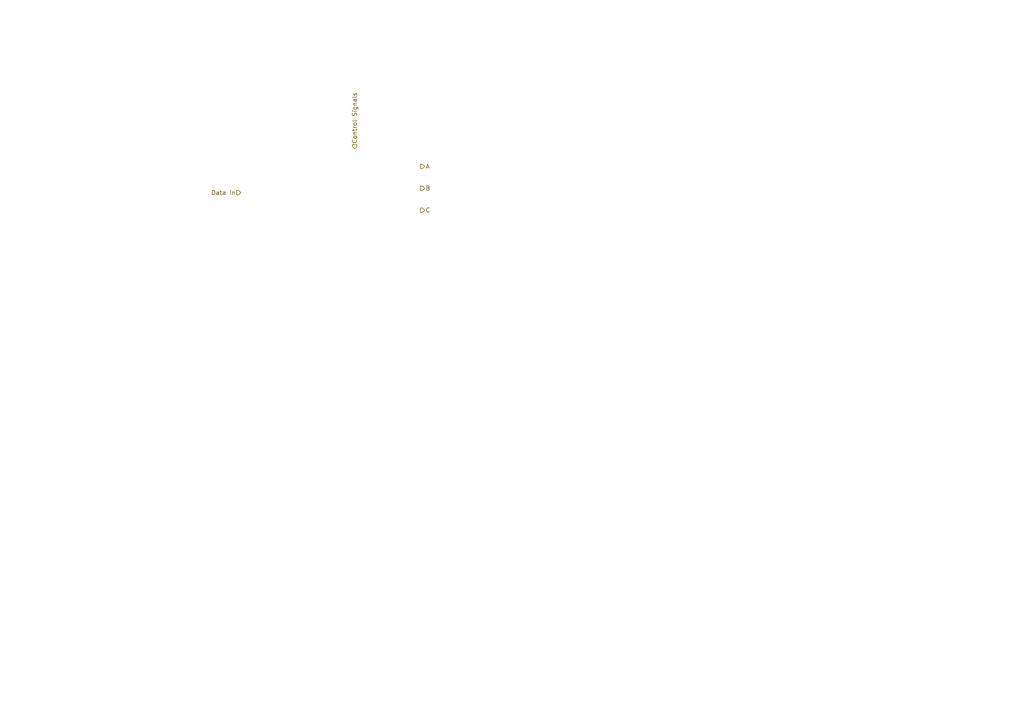
<source format=kicad_sch>
(kicad_sch (version 20230121) (generator eeschema)
  (paper "A4")
  (lib_symbols)
  (hierarchical_label "Data In" (shape input) (at 69.85 55.88 180))
  (hierarchical_label "Control Signals" (shape input) (at 102.87 43.18 90))
  (hierarchical_label "B" (shape output) (at 121.92 54.61 0))
  (hierarchical_label "C" (shape output) (at 121.92 60.96 0))
  (hierarchical_label "A" (shape output) (at 121.92 48.26 0))
)
</source>
